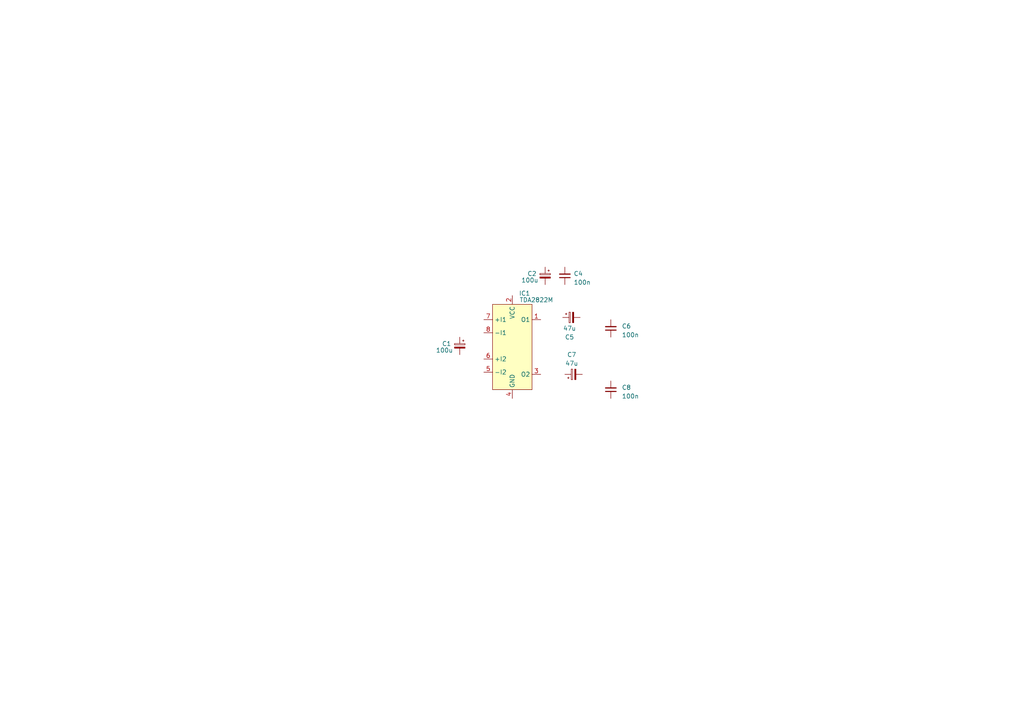
<source format=kicad_sch>
(kicad_sch (version 20230121) (generator eeschema)
  (paper "A4")
  (lib_symbols
    (symbol "Device:C_Polarized_Small" (pin_numbers hide) (pin_names (offset 0.254) hide)
      (property "Reference" "C" (at 0.254 1.778 0))
      (property "Value" "C_Polarized_Small" (at 0.254 -2.032 0))
      (symbol "C_Polarized_Small_0_1"
        (rectangle (start -1.524 -0.3048) (end 1.524 -0.6858) (fill (type outline)))
        (rectangle (start -1.524 0.6858) (end 1.524 0.3048))
        (polyline (pts (xy -1.27 1.524) (xy -0.762 1.524)))
        (polyline (pts (xy -1.016 1.27) (xy -1.016 1.778)))
      )
      (symbol "C_Polarized_Small_1_1"
        (pin passive line (at 0 2.54 270) (length 1.8542) (name "~") (number "1"))
        (pin passive line (at 0 -2.54 90) (length 1.8542) (name "~") (number "2"))
      )
    )
    (symbol "Device:C_Small" (pin_numbers hide) (pin_names (offset 0.254) hide)
      (property "Reference" "C" (at 0.254 1.778 0))
      (property "Value" "C_Small" (at 0.254 -2.032 0))
      (symbol "C_Small_0_1"
        (polyline (pts (xy -1.524 -0.508) (xy 1.524 -0.508)) (stroke (width 0.3302)))
        (polyline (pts (xy -1.524 0.508) (xy 1.524 0.508)) (stroke (width 0.3048)))
      )
      (symbol "C_Small_1_1"
        (pin passive line (at 0 2.54 270) (length 2.032) (name "~") (number "1"))
        (pin passive line (at 0 -2.54 90) (length 2.032) (name "~") (number "2"))
      )
    )
    (symbol "Game Gear Symbol Library:TDA2822M"
      (property "Reference" "IC" (at 4.445 14.605 0))
      (symbol "TDA2822M_0_0"
        (pin output line (at 8.255 7.62 180) (length 2.54) (name "O1") (number "1"))
        (pin power_in line (at 0 14.605 270) (length 2.54) (name "VCC") (number "2"))
        (pin output line (at 8.255 -8.255 180) (length 2.54) (name "O2") (number "3"))
        (pin power_in line (at 0 -15.24 90) (length 2.54) (name "GND") (number "4"))
        (pin input line (at -8.255 -7.62 0) (length 2.54) (name "-I2") (number "5"))
        (pin input line (at -8.255 -3.81 0) (length 2.54) (name "+I2") (number "6"))
        (pin input line (at -8.255 7.62 0) (length 2.54) (name "+I1") (number "7"))
        (pin input line (at -8.255 3.81 0) (length 2.54) (name "-I1") (number "8"))
      )
      (symbol "TDA2822M_0_1"
        (rectangle (start -5.715 12.065) (end 5.715 -12.7) (fill (type background)))
      )
    )
  )
  (symbol (lib_id "Device:C_Small") (at 163.83 80.01 180) (unit 1)
    (property "Reference" "C4" (at 166.37 79.3686 0) (effects (justify right)))
    (property "Value" "100n" (at 166.37 81.9086 0) (effects (justify right)))
  )
  (symbol (lib_id "Device:C_Small") (at 177.165 95.25 180) (unit 1)
    (property "Reference" "C6" (at 180.34 94.6086 0) (effects (justify right)))
    (property "Value" "100n" (at 180.34 97.1486 0) (effects (justify right)))
  )
  (symbol (lib_id "Game Gear Symbol Library:TDA2822M") (at 148.59 100.33 0) (unit 1)
    (property "Reference" "IC1" (at 150.495 85.09 0) (effects (justify left)))
    (property "Value" "TDA2822M" (at 155.575 86.995 0))
  )
  (symbol (lib_id "Device:C_Polarized_Small") (at 133.35 100.33 0) (mirror y) (unit 1)
    (property "Reference" "C1" (at 129.54 99.695 0))
    (property "Value" "100u" (at 128.905 101.6 0))
  )
  (symbol (lib_id "Device:C_Polarized_Small") (at 165.735 92.075 90) (mirror x) (unit 1)
    (property "Reference" "C5" (at 165.1889 97.79 90))
    (property "Value" "47u" (at 165.1889 95.25 90))
  )
  (symbol (lib_id "Device:C_Polarized_Small") (at 158.115 80.01 0) (mirror y) (unit 1)
    (property "Reference" "C2" (at 154.305 79.375 0))
    (property "Value" "100u" (at 153.67 81.28 0))
  )
  (symbol (lib_id "Device:C_Polarized_Small") (at 166.37 108.585 90) (unit 1)
    (property "Reference" "C7" (at 165.8239 102.87 90))
    (property "Value" "47u" (at 165.8239 105.41 90))
  )
  (symbol (lib_id "Device:C_Small") (at 177.165 113.03 180) (unit 1)
    (property "Reference" "C8" (at 180.34 112.3886 0) (effects (justify right)))
    (property "Value" "100n" (at 180.34 114.9286 0) (effects (justify right)))
  )
)
</source>
